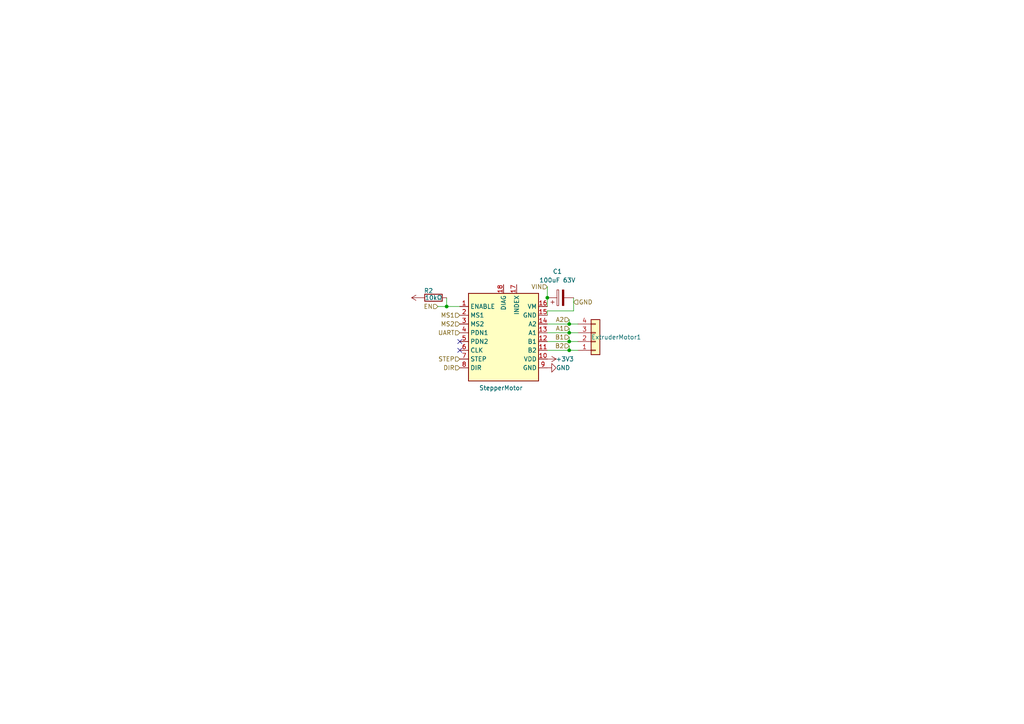
<source format=kicad_sch>
(kicad_sch (version 20250114) (generator "eeschema") (generator_version "9.0")
  (paper "A4")
  (lib_symbols
    (symbol "Connector_Generic:Conn_01x04" (pin_names (offset 1.016) (hide yes))
      (property "Reference" "J" (at 0 5.08 0))
      (property "Value" "Conn_01x04" (at 0 -7.62 0))
      (symbol "Conn_01x04_1_1"
        (rectangle (start -1.27 3.81) (end 1.27 -6.35) (stroke (width 0.254)) (fill (type background)))
        (rectangle (start -1.27 2.667) (end 0 2.413) (stroke (width 0.1524)))
        (rectangle (start -1.27 0.127) (end 0 -0.127) (stroke (width 0.1524)))
        (rectangle (start -1.27 -2.413) (end 0 -2.667) (stroke (width 0.1524)))
        (rectangle (start -1.27 -4.953) (end 0 -5.207) (stroke (width 0.1524)))
        (pin passive line (at -5.08 2.54 0) (length 3.81) (name "Pin_1") (number "1"))
        (pin passive line (at -5.08 0 0) (length 3.81) (name "Pin_2") (number "2"))
        (pin passive line (at -5.08 -2.54 0) (length 3.81) (name "Pin_3") (number "3"))
        (pin passive line (at -5.08 -5.08 0) (length 3.81) (name "Pin_4") (number "4"))
      )
    )
    (symbol "CustomSymbols:TMC2209 StepStick Breakout"
      (property "Reference" "M" (at 1.27 -3.81 0))
      (property "Value" "TMC2209 Breakout" (at 11.43 -7.62 0))
      (symbol "TMC2209 StepStick Breakout_0_1"
        (rectangle (start -7.62 16.51) (end 12.7 -8.89) (stroke (width 0.254)) (fill (type background)))
      )
      (symbol "TMC2209 StepStick Breakout_1_1"
        (pin input line (at -10.16 12.7 0) (length 2.54) (name "ENABLE") (number "1"))
        (pin input line (at -10.16 10.16 0) (length 2.54) (name "MS1") (number "2"))
        (pin input line (at -10.16 7.62 0) (length 2.54) (name "MS2") (number "3"))
        (pin output line (at -10.16 5.08 0) (length 2.54) (name "PDN1") (number "4"))
        (pin output line (at -10.16 2.54 0) (length 2.54) (name "PDN2") (number "5"))
        (pin input line (at -10.16 0 0) (length 2.54) (name "CLK") (number "6"))
        (pin input line (at -10.16 -2.54 0) (length 2.54) (name "STEP") (number "7"))
        (pin input line (at -10.16 -5.08 0) (length 2.54) (name "DIR") (number "8"))
        (pin output line (at 2.54 19.05 270) (length 2.54) (name "DIAG") (number "18"))
        (pin input line (at 6.35 19.05 270) (length 2.54) (name "INDEX") (number "17"))
        (pin input line (at 15.24 12.7 180) (length 2.54) (name "VM") (number "16"))
        (pin input line (at 15.24 10.16 180) (length 2.54) (name "GND") (number "15"))
        (pin output line (at 15.24 7.62 180) (length 2.54) (name "A2") (number "14"))
        (pin output line (at 15.24 5.08 180) (length 2.54) (name "A1") (number "13"))
        (pin output line (at 15.24 2.54 180) (length 2.54) (name "B1") (number "12"))
        (pin output line (at 15.24 0 180) (length 2.54) (name "B2") (number "11"))
        (pin input line (at 15.24 -2.54 180) (length 2.54) (name "VDD") (number "10"))
        (pin input line (at 15.24 -5.08 180) (length 2.54) (name "GND") (number "9"))
      )
    )
    (symbol "Device:C_Polarized" (pin_numbers (hide yes)) (pin_names (offset 0.254))
      (property "Reference" "C" (at 0.635 2.54 0))
      (property "Value" "C_Polarized" (at 0.635 -2.54 0))
      (symbol "C_Polarized_0_1"
        (rectangle (start -2.286 0.508) (end 2.286 1.016))
        (polyline (pts (xy -1.778 2.286) (xy -0.762 2.286)))
        (polyline (pts (xy -1.27 2.794) (xy -1.27 1.778)))
        (rectangle (start 2.286 -0.508) (end -2.286 -1.016) (fill (type outline)))
      )
      (symbol "C_Polarized_1_1"
        (pin passive line (at 0 3.81 270) (length 2.794) (name "~") (number "1"))
        (pin passive line (at 0 -3.81 90) (length 2.794) (name "~") (number "2"))
      )
    )
    (symbol "Device:R" (pin_numbers (hide yes)) (pin_names (offset 0))
      (property "Reference" "R" (at 2.032 0 90))
      (property "Value" "R" (at 0 0 90))
      (symbol "R_0_1"
        (rectangle (start -1.016 -2.54) (end 1.016 2.54) (stroke (width 0.254)))
      )
      (symbol "R_1_1"
        (pin passive line (at 0 3.81 270) (length 1.27) (name "~") (number "1"))
        (pin passive line (at 0 -3.81 90) (length 1.27) (name "~") (number "2"))
      )
    )
    (symbol "power:+3V3" (power) (pin_names (offset 0))
      (property "Value" "+3V3" (at 0 3.556 0))
      (symbol "+3V3_0_1"
        (polyline (pts (xy -0.762 1.27) (xy 0 2.54)))
        (polyline (pts (xy 0 2.54) (xy 0.762 1.27)))
        (polyline (pts (xy 0 0) (xy 0 2.54)))
      )
      (symbol "+3V3_1_1"
        (pin power_in line (at 0 0 90) (length 0) (hide yes) (name "+3V3") (number "1"))
      )
    )
    (symbol "power:GND" (power) (pin_names (offset 0))
      (property "Value" "GND" (at 0 -3.81 0))
      (symbol "GND_0_1"
        (polyline (pts (xy 0 0) (xy 0 -1.27) (xy 1.27 -1.27) (xy 0 -2.54) (xy -1.27 -1.27) (xy 0 -1.27)))
      )
      (symbol "GND_1_1"
        (pin power_in line (at 0 0 270) (length 0) (hide yes) (name "GND") (number "1"))
      )
    )
  )
  (junction (at 129.54 88.9))
  (junction (at 165.1 99.06))
  (junction (at 165.1 96.52))
  (junction (at 165.1 101.6))
  (junction (at 165.1 93.98))
  (junction (at 158.75 86.36))
  (no_connect (at 133.35 101.6))
  (no_connect (at 133.35 99.06))
  (wire (pts (xy 165.1 100.33) (xy 165.1 101.6)))
  (wire (pts (xy 165.1 92.71) (xy 165.1 93.98)))
  (wire (pts (xy 127 88.9) (xy 129.54 88.9)))
  (wire (pts (xy 158.75 99.06) (xy 165.1 99.06)))
  (wire (pts (xy 129.54 86.36) (xy 129.54 88.9)))
  (wire (pts (xy 158.75 90.17) (xy 158.75 91.44)))
  (wire (pts (xy 158.75 96.52) (xy 165.1 96.52)))
  (wire (pts (xy 165.1 99.06) (xy 167.64 99.06)))
  (wire (pts (xy 165.1 95.25) (xy 165.1 96.52)))
  (wire (pts (xy 165.1 93.98) (xy 167.64 93.98)))
  (wire (pts (xy 165.1 97.79) (xy 165.1 99.06)))
  (wire (pts (xy 165.1 101.6) (xy 167.64 101.6)))
  (wire (pts (xy 165.1 96.52) (xy 167.64 96.52)))
  (wire (pts (xy 158.75 86.36) (xy 158.75 88.9)))
  (wire (pts (xy 158.75 101.6) (xy 165.1 101.6)))
  (wire (pts (xy 166.37 86.36) (xy 166.37 90.17)))
  (wire (pts (xy 158.75 83.185) (xy 158.75 86.36)))
  (wire (pts (xy 166.37 90.17) (xy 158.75 90.17)))
  (wire (pts (xy 129.54 88.9) (xy 133.35 88.9)))
  (wire (pts (xy 158.75 93.98) (xy 165.1 93.98)))
  (hierarchical_label "UART" (shape input) (at 133.35 96.52 180))
  (hierarchical_label "A2" (shape input) (at 165.1 92.71 180))
  (hierarchical_label "MS2" (shape input) (at 133.35 93.98 180))
  (hierarchical_label "DIR" (shape input) (at 133.35 106.68 180))
  (hierarchical_label "GND" (shape input) (at 166.37 87.63 0))
  (hierarchical_label "EN" (shape input) (at 127 88.9 180))
  (hierarchical_label "MS1" (shape input) (at 133.35 91.44 180))
  (hierarchical_label "B1" (shape input) (at 165.1 97.79 180))
  (hierarchical_label "VIN" (shape input) (at 158.75 83.185 180))
  (hierarchical_label "STEP" (shape input) (at 133.35 104.14 180))
  (hierarchical_label "B2" (shape input) (at 165.1 100.33 180))
  (hierarchical_label "A1" (shape input) (at 165.1 95.25 180))
  (symbol (lib_id "Connector_Generic:Conn_01x04") (at 172.72 99.06 0) (mirror x) (unit 1)
    (property "Reference" "ExtruderMotor1" (at 171.45 97.79 0) (effects (justify left)))
    (property "Value" "Conn_01x04" (effects (hide yes)))
    (property "Footprint" "Connector_JST:JST_XH_B4B-XH-A_1x04_P2.50mm_Vertical" (effects (hide yes)))
  )
  (symbol (lib_id "Device:R") (at 125.73 86.36 270) (unit 1)
    (property "Reference" "R2" (at 122.936 84.328 90) (effects (justify left)))
    (property "Value" "10kΩ" (at 123.19 86.36 90) (effects (justify left)))
    (property "Footprint" "Resistor_THT:R_Axial_DIN0207_L6.3mm_D2.5mm_P10.16mm_Horizontal" (effects (hide yes)))
  )
  (symbol (lib_id "CustomSymbols:TMC2209 StepStick Breakout") (at 143.51 101.6 0) (unit 1)
    (property "Reference" "M1" (effects (hide yes)))
    (property "Value" "StepperMotor" (at 145.288 112.522 0))
    (property "Footprint" "OpenA1K:TMC2209 Footprint" (effects (hide yes)))
  )
  (symbol (lib_id "power:GND") (at 158.75 106.68 90) (unit 1)
    (property "Reference" "#PWR03" (effects (hide yes)))
    (property "Value" "GND" (at 163.322 106.68 90))
  )
  (symbol (lib_id "power:+3V3") (at 158.75 104.14 270) (unit 1)
    (property "Reference" "#PWR02" (effects (hide yes)))
    (property "Value" "+3V3" (at 163.83 104.14 90))
  )
  (symbol (lib_id "Device:C_Polarized") (at 162.56 86.36 90) (unit 1)
    (property "Reference" "C1" (at 161.671 78.74 90))
    (property "Value" "100uF 63V" (at 161.671 81.28 90))
    (property "Footprint" "OpenA1K:Cap63V100UF" (effects (hide yes)))
    (property "Description" "Polarized capacitor" (effects (hide yes)))
  )
  (symbol (lib_id "power:+3V3") (at 121.92 86.36 90) (unit 1)
    (property "Reference" "#PWR01" (effects (hide yes)))
    (property "Value" "+3V3" (effects (hide yes)))
  )
)
</source>
